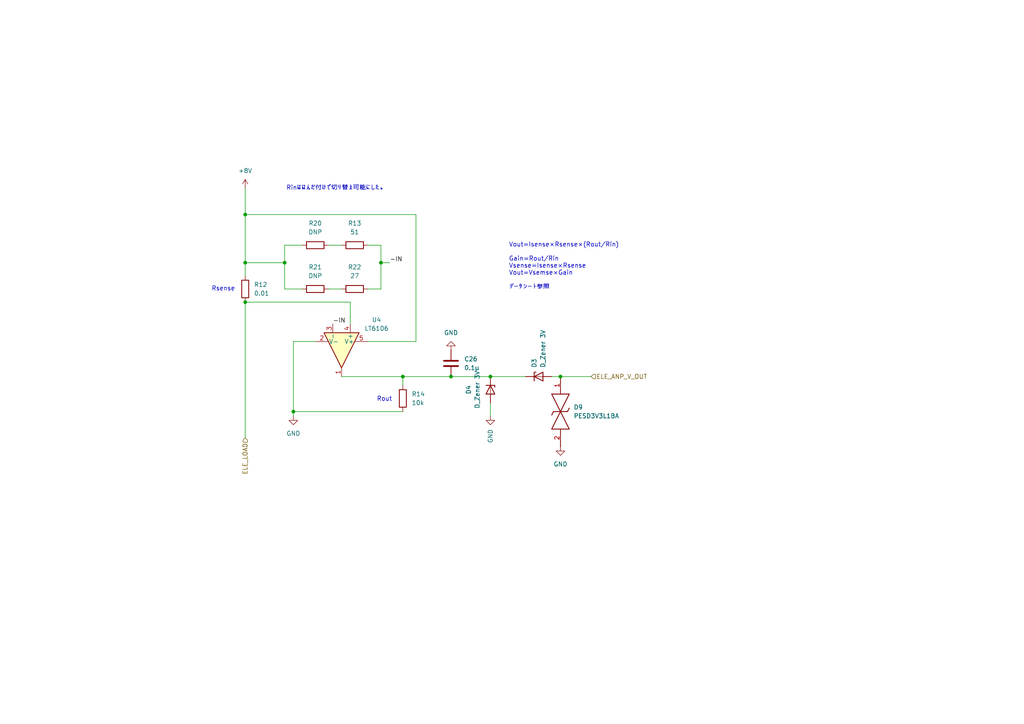
<source format=kicad_sch>
(kicad_sch (version 20231120) (generator "eeschema") (generator_version "8.0")
  (paper "A4")
  (lib_symbols
    (symbol "Amplifier_Current:LT6106" (pin_names (offset 0.127))
      (property "Reference" "U" (at 1.27 5.08 0))
      (property "Value" "LT6106" (at 0 -5.08 0))
      (symbol "LT6106_0_1"
        (polyline (pts (xy -5.08 5.08) (xy 5.08 0) (xy -5.08 -5.08) (xy -5.08 5.08)) (stroke (width 0.254)) (fill (type background)))
      )
      (symbol "LT6106_1_1"
        (pin open_collector line (at 7.62 0 180) (length 2.54) (name "~") (number "1"))
        (pin power_in line (at -2.54 -7.62 90) (length 3.81) (name "V-") (number "2"))
        (pin input line (at -7.62 -2.54 0) (length 2.54) (name "-") (number "3"))
        (pin input line (at -7.62 2.54 0) (length 2.54) (name "+") (number "4"))
        (pin power_in line (at -2.54 7.62 270) (length 3.81) (name "V+") (number "5"))
      )
    )
    (symbol "Device:C" (pin_numbers hide) (pin_names (offset 0.254))
      (property "Reference" "C" (at 0.635 2.54 0))
      (property "Value" "C" (at 0.635 -2.54 0))
      (symbol "C_0_1"
        (polyline (pts (xy -2.032 -0.762) (xy 2.032 -0.762)) (stroke (width 0.508)))
        (polyline (pts (xy -2.032 0.762) (xy 2.032 0.762)) (stroke (width 0.508)))
      )
      (symbol "C_1_1"
        (pin passive line (at 0 3.81 270) (length 2.794) (name "~") (number "1"))
        (pin passive line (at 0 -3.81 90) (length 2.794) (name "~") (number "2"))
      )
    )
    (symbol "Device:D_Zener" (pin_numbers hide) (pin_names (offset 1.016) hide)
      (property "Reference" "D" (at 0 2.54 0))
      (property "Value" "D_Zener" (at 0 -2.54 0))
      (symbol "D_Zener_0_1"
        (polyline (pts (xy 1.27 0) (xy -1.27 0)))
        (polyline (pts (xy -1.27 -1.27) (xy -1.27 1.27) (xy -0.762 1.27)) (stroke (width 0.254)))
        (polyline (pts (xy 1.27 -1.27) (xy 1.27 1.27) (xy -1.27 0) (xy 1.27 -1.27)) (stroke (width 0.254)))
      )
      (symbol "D_Zener_1_1"
        (pin passive line (at -3.81 0 0) (length 2.54) (name "K") (number "1"))
        (pin passive line (at 3.81 0 180) (length 2.54) (name "A") (number "2"))
      )
    )
    (symbol "Device:R" (pin_numbers hide) (pin_names (offset 0))
      (property "Reference" "R" (at 2.032 0 90))
      (property "Value" "R" (at 0 0 90))
      (symbol "R_0_1"
        (rectangle (start -1.016 -2.54) (end 1.016 2.54) (stroke (width 0.254)))
      )
      (symbol "R_1_1"
        (pin passive line (at 0 3.81 270) (length 1.27) (name "~") (number "1"))
        (pin passive line (at 0 -3.81 90) (length 1.27) (name "~") (number "2"))
      )
    )
    (symbol "SamacSys_Parts:PESD3V3L1BA" (pin_names hide)
      (property "Reference" "D" (at 12.7 8.89 0))
      (property "Value" "PESD3V3L1BA" (at 12.7 6.35 0))
      (symbol "PESD3V3L1BA_1_1"
        (polyline (pts (xy 5.08 2.54) (xy 5.08 -2.54)) (stroke (width 0.254)))
        (polyline (pts (xy 5.08 2.54) (xy 10.16 0)) (stroke (width 0.254)))
        (polyline (pts (xy 9.144 2.54) (xy 10.16 2.032)) (stroke (width 0.254)))
        (polyline (pts (xy 10.16 -2.032) (xy 10.16 2.032)) (stroke (width 0.254)))
        (polyline (pts (xy 10.16 -2.032) (xy 11.176 -2.54)) (stroke (width 0.254)))
        (polyline (pts (xy 10.16 0) (xy 5.08 -2.54)) (stroke (width 0.254)))
        (polyline (pts (xy 10.16 0) (xy 15.24 -2.54)) (stroke (width 0.254)))
        (polyline (pts (xy 15.24 2.54) (xy 10.16 0)) (stroke (width 0.254)))
        (polyline (pts (xy 15.24 2.54) (xy 15.24 -2.54)) (stroke (width 0.254)))
        (pin passive line (at 0 0 0) (length 5.08) (name "1") (number "1"))
        (pin passive line (at 20.32 0 180) (length 5.08) (name "2") (number "2"))
      )
    )
    (symbol "power:+8V" (power) (pin_numbers hide) (pin_names (offset 0) hide)
      (property "Value" "+8V" (at 0 3.556 0))
      (symbol "+8V_0_1"
        (polyline (pts (xy -0.762 1.27) (xy 0 2.54)))
        (polyline (pts (xy 0 0) (xy 0 2.54)))
        (polyline (pts (xy 0 2.54) (xy 0.762 1.27)))
      )
      (symbol "+8V_1_1"
        (pin power_in line (at 0 0 90) (length 0) (name "~") (number "1"))
      )
    )
    (symbol "power:GND" (power) (pin_numbers hide) (pin_names (offset 0) hide)
      (property "Value" "GND" (at 0 -3.81 0))
      (symbol "GND_0_1"
        (polyline (pts (xy 0 0) (xy 0 -1.27) (xy 1.27 -1.27) (xy 0 -2.54) (xy -1.27 -1.27) (xy 0 -1.27)))
      )
      (symbol "GND_1_1"
        (pin power_in line (at 0 0 270) (length 0) (name "~") (number "1"))
      )
    )
  )
  (junction (at 71.12 87.63))
  (junction (at 71.12 62.23))
  (junction (at 142.24 109.22))
  (junction (at 116.84 109.22))
  (junction (at 162.56 109.22))
  (junction (at 110.49 76.2))
  (junction (at 82.55 76.2))
  (junction (at 130.81 109.22))
  (junction (at 85.09 119.38))
  (junction (at 71.12 76.2))
  (wire (pts (xy 142.24 120.65) (xy 142.24 116.84)))
  (wire (pts (xy 82.55 76.2) (xy 82.55 83.82)))
  (wire (pts (xy 101.6 87.63) (xy 71.12 87.63)))
  (wire (pts (xy 120.65 62.23) (xy 120.65 99.06)))
  (wire (pts (xy 101.6 93.98) (xy 101.6 87.63)))
  (wire (pts (xy 85.09 119.38) (xy 85.09 120.65)))
  (wire (pts (xy 95.25 83.82) (xy 99.06 83.82)))
  (wire (pts (xy 106.68 83.82) (xy 110.49 83.82)))
  (wire (pts (xy 71.12 62.23) (xy 120.65 62.23)))
  (wire (pts (xy 99.06 109.22) (xy 116.84 109.22)))
  (wire (pts (xy 82.55 71.12) (xy 82.55 76.2)))
  (wire (pts (xy 71.12 54.61) (xy 71.12 62.23)))
  (wire (pts (xy 160.02 109.22) (xy 162.56 109.22)))
  (wire (pts (xy 110.49 83.82) (xy 110.49 76.2)))
  (wire (pts (xy 85.09 99.06) (xy 85.09 119.38)))
  (wire (pts (xy 71.12 62.23) (xy 71.12 76.2)))
  (wire (pts (xy 71.12 76.2) (xy 71.12 80.01)))
  (wire (pts (xy 71.12 87.63) (xy 71.12 127)))
  (wire (pts (xy 106.68 71.12) (xy 110.49 71.12)))
  (wire (pts (xy 91.44 99.06) (xy 85.09 99.06)))
  (wire (pts (xy 162.56 109.22) (xy 171.45 109.22)))
  (wire (pts (xy 110.49 76.2) (xy 113.03 76.2)))
  (wire (pts (xy 110.49 71.12) (xy 110.49 76.2)))
  (wire (pts (xy 85.09 119.38) (xy 116.84 119.38)))
  (wire (pts (xy 116.84 109.22) (xy 130.81 109.22)))
  (wire (pts (xy 82.55 71.12) (xy 87.63 71.12)))
  (wire (pts (xy 71.12 76.2) (xy 82.55 76.2)))
  (wire (pts (xy 82.55 83.82) (xy 87.63 83.82)))
  (wire (pts (xy 120.65 99.06) (xy 106.68 99.06)))
  (wire (pts (xy 142.24 109.22) (xy 152.4 109.22)))
  (wire (pts (xy 130.81 109.22) (xy 142.24 109.22)))
  (wire (pts (xy 116.84 109.22) (xy 116.84 111.76)))
  (wire (pts (xy 95.25 71.12) (xy 99.06 71.12)))
  (text "Rsense" (at 64.77 83.82 0) (effects (font (size 1.27 1.27))))
  (text "Rinははんだ付けで切り替え可能にした。" (at 97.282 54.61 0) (effects (font (size 1.27 1.27))))
  (text "Vout=Isense×Rsense×(Rout/Rin)\n\nGain=Rout/Rin\nVsense=Isense×Rsense\nVout=Vsemse×Gain\n\nデータシート参照" (at 147.574 77.216 0) (effects (font (size 1.27 1.27)) (justify left)))
  (text "Rout" (at 111.506 115.824 0) (effects (font (size 1.27 1.27))))
  (label "-IN" (at 113.03 76.2 0))
  (label "-IN" (at 96.52 93.98 0))
  (hierarchical_label "ELE_LOAD" (shape input) (at 71.12 127 270))
  (hierarchical_label "ELE_ANP_V_OUT" (shape input) (at 171.45 109.22 0))
  (symbol (lib_id "Device:R") (at 71.12 83.82 0) (unit 1)
    (property "Reference" "R12" (at 73.66 82.5499 0) (effects (justify left)))
    (property "Value" "0.01" (at 73.66 85.0899 0) (effects (justify left)))
    (property "Footprint" "Resistor_SMD:R_1206_3216Metric" (effects (hide yes)))
    (property "Description" "Resistor" (effects (hide yes)))
  )
  (symbol (lib_id "Device:R") (at 102.87 83.82 270) (unit 1)
    (property "Reference" "R22" (at 102.87 77.47 90))
    (property "Value" "27" (at 102.87 80.01 90))
    (property "Footprint" "Resistor_SMD:R_0805_2012Metric" (effects (hide yes)))
    (property "Description" "Resistor" (effects (hide yes)))
  )
  (symbol (lib_id "power:+8V") (at 71.12 54.61 0) (unit 1)
    (property "Reference" "#PWR037" (effects (hide yes)))
    (property "Value" "+8V" (at 71.12 49.53 0))
    (property "Description" "Power symbol creates a global label with name \"+8V\"" (effects (hide yes)))
  )
  (symbol (lib_id "power:GND") (at 85.09 120.65 0) (unit 1)
    (property "Reference" "#PWR038" (effects (hide yes)))
    (property "Value" "GND" (at 85.09 125.73 0))
    (property "Description" "Power symbol creates a global label with name \"GND\" , ground" (effects (hide yes)))
  )
  (symbol (lib_id "power:GND") (at 142.24 120.65 0) (unit 1)
    (property "Reference" "#PWR041" (effects (hide yes)))
    (property "Value" "GND" (at 142.2399 124.46 90) (effects (justify right)))
    (property "Description" "Power symbol creates a global label with name \"GND\" , ground" (effects (hide yes)))
  )
  (symbol (lib_id "Device:C") (at 130.81 105.41 0) (unit 1)
    (property "Reference" "C26" (at 134.62 104.1399 0) (effects (justify left)))
    (property "Value" "0.1μ" (at 134.62 106.6799 0) (effects (justify left)))
    (property "Footprint" "Capacitor_SMD:C_0805_2012Metric" (effects (hide yes)))
    (property "Description" "Unpolarized capacitor" (effects (hide yes)))
  )
  (symbol (lib_id "power:GND") (at 130.81 101.6 180) (unit 1)
    (property "Reference" "#PWR069" (effects (hide yes)))
    (property "Value" "GND" (at 130.81 96.52 0))
    (property "Description" "Power symbol creates a global label with name \"GND\" , ground" (effects (hide yes)))
  )
  (symbol (lib_id "Device:D_Zener") (at 142.24 113.03 270) (unit 1)
    (property "Reference" "D4" (at 135.89 113.03 0))
    (property "Value" "D_Zener 3V" (at 138.43 113.03 0))
    (property "Footprint" "Diode_SMD:D_SOD-123" (effects (hide yes)))
    (property "Description" "Zener diode" (effects (hide yes)))
  )
  (symbol (lib_id "Device:R") (at 91.44 83.82 270) (unit 1)
    (property "Reference" "R21" (at 91.44 77.47 90))
    (property "Value" "DNP" (at 91.44 80.01 90))
    (property "Footprint" "LED_SMD:LED_0805_2012Metric" (effects (hide yes)))
    (property "Description" "Resistor" (effects (hide yes)))
  )
  (symbol (lib_id "Device:R") (at 102.87 71.12 270) (unit 1)
    (property "Reference" "R13" (at 102.87 64.77 90))
    (property "Value" "51" (at 102.87 67.31 90))
    (property "Footprint" "Resistor_SMD:R_0805_2012Metric" (effects (hide yes)))
    (property "Description" "Resistor" (effects (hide yes)))
  )
  (symbol (lib_id "SamacSys_Parts:PESD3V3L1BA") (at 162.56 109.22 270) (unit 1)
    (property "Reference" "D9" (at 166.37 118.1099 90) (effects (justify left)))
    (property "Value" "PESD3V3L1BA" (at 166.37 120.6499 90) (effects (justify left)))
    (property "Footprint" "SamacSys_Parts:SOD2512X110N" (effects (hide yes)))
    (property "Datasheet" "https://datasheet.datasheetarchive.com/originals/distributors/Datasheets-26/DSA-502681.pdf" (effects (hide yes)))
    (property "Description" "TVS Diode Bi-Directional PESD3V3L1BA 26V, 500W, UMD 2-Pin" (effects (hide yes)))
    (property "Height" "1.1" (effects (hide yes)))
    (property "Manufacturer_Name" "Nexperia" (effects (hide yes)))
    (property "Manufacturer_Part_Number" "PESD3V3L1BA" (effects (hide yes)))
    (property "Mouser Part Number" "N/A" (effects (hide yes)))
    (property "Mouser Price/Stock" "https://www.mouser.co.uk/ProductDetail/Nexperia/PESD3V3L1BA?qs=vHuUswq2%252BswBNSPO0jzUyg%3D%3D" (effects (hide yes)))
  )
  (symbol (lib_id "Device:D_Zener") (at 156.21 109.22 0) (unit 1)
    (property "Reference" "D3" (at 154.9399 106.68 90) (effects (justify left)))
    (property "Value" "D_Zener 3V" (at 157.4799 106.68 90) (effects (justify left)))
    (property "Footprint" "Diode_SMD:D_SOD-123" (effects (hide yes)))
    (property "Description" "Zener diode" (effects (hide yes)))
  )
  (symbol (lib_id "power:GND") (at 162.56 129.54 0) (unit 1)
    (property "Reference" "#PWR070" (effects (hide yes)))
    (property "Value" "GND" (at 162.56 134.62 0))
    (property "Description" "Power symbol creates a global label with name \"GND\" , ground" (effects (hide yes)))
  )
  (symbol (lib_id "Amplifier_Current:LT6106") (at 99.06 101.6 270) (unit 1)
    (property "Reference" "U4" (at 109.22 92.7414 90))
    (property "Value" "LT6106" (at 109.22 95.2814 90))
    (property "Footprint" "Package_TO_SOT_SMD:SOT-23-5" (effects (hide yes)))
    (property "Datasheet" "https://www.analog.com/media/en/technical-documentation/data-sheets/6106fb.pdf" (effects (hide yes)))
    (property "Description" "36V Low Cost, High Side Current Sense, SOT-23-5" (effects (hide yes)))
  )
  (symbol (lib_id "Device:R") (at 91.44 71.12 270) (unit 1)
    (property "Reference" "R20" (at 91.44 64.77 90))
    (property "Value" "DNP" (at 91.44 67.31 90))
    (property "Footprint" "LED_SMD:LED_0805_2012Metric" (effects (hide yes)))
    (property "Description" "Resistor" (effects (hide yes)))
  )
  (symbol (lib_id "Device:R") (at 116.84 115.57 0) (unit 1)
    (property "Reference" "R14" (at 119.38 114.2999 0) (effects (justify left)))
    (property "Value" "10k" (at 119.38 116.8399 0) (effects (justify left)))
    (property "Footprint" "Resistor_SMD:R_0805_2012Metric" (effects (hide yes)))
    (property "Description" "Resistor" (effects (hide yes)))
  )
)
</source>
